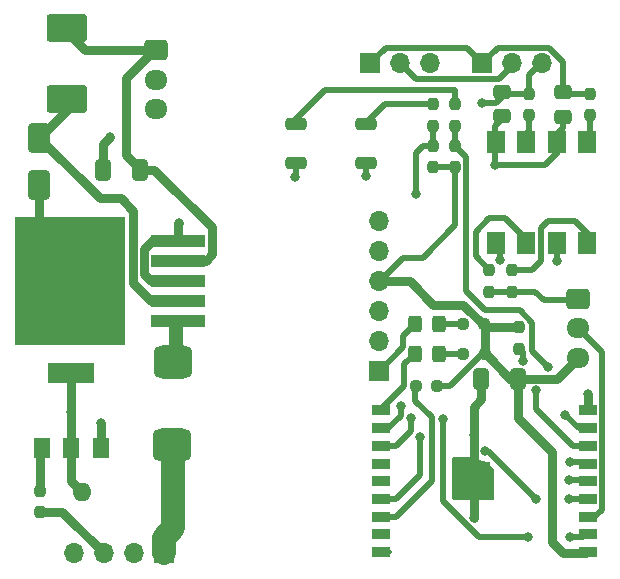
<source format=gbr>
%TF.GenerationSoftware,KiCad,Pcbnew,8.0.1*%
%TF.CreationDate,2024-05-08T12:06:43+02:00*%
%TF.ProjectId,SommerESP,536f6d6d-6572-4455-9350-2e6b69636164,rev?*%
%TF.SameCoordinates,Original*%
%TF.FileFunction,Copper,L1,Top*%
%TF.FilePolarity,Positive*%
%FSLAX46Y46*%
G04 Gerber Fmt 4.6, Leading zero omitted, Abs format (unit mm)*
G04 Created by KiCad (PCBNEW 8.0.1) date 2024-05-08 12:06:43*
%MOMM*%
%LPD*%
G01*
G04 APERTURE LIST*
G04 Aperture macros list*
%AMRoundRect*
0 Rectangle with rounded corners*
0 $1 Rounding radius*
0 $2 $3 $4 $5 $6 $7 $8 $9 X,Y pos of 4 corners*
0 Add a 4 corners polygon primitive as box body*
4,1,4,$2,$3,$4,$5,$6,$7,$8,$9,$2,$3,0*
0 Add four circle primitives for the rounded corners*
1,1,$1+$1,$2,$3*
1,1,$1+$1,$4,$5*
1,1,$1+$1,$6,$7*
1,1,$1+$1,$8,$9*
0 Add four rect primitives between the rounded corners*
20,1,$1+$1,$2,$3,$4,$5,0*
20,1,$1+$1,$4,$5,$6,$7,0*
20,1,$1+$1,$6,$7,$8,$9,0*
20,1,$1+$1,$8,$9,$2,$3,0*%
G04 Aperture macros list end*
%TA.AperFunction,SMDPad,CuDef*%
%ADD10RoundRect,0.237500X0.250000X0.237500X-0.250000X0.237500X-0.250000X-0.237500X0.250000X-0.237500X0*%
%TD*%
%TA.AperFunction,SMDPad,CuDef*%
%ADD11RoundRect,0.237500X-0.237500X0.250000X-0.237500X-0.250000X0.237500X-0.250000X0.237500X0.250000X0*%
%TD*%
%TA.AperFunction,SMDPad,CuDef*%
%ADD12RoundRect,0.250000X0.412500X0.650000X-0.412500X0.650000X-0.412500X-0.650000X0.412500X-0.650000X0*%
%TD*%
%TA.AperFunction,SMDPad,CuDef*%
%ADD13R,1.500000X1.900000*%
%TD*%
%TA.AperFunction,ComponentPad*%
%ADD14R,1.700000X1.700000*%
%TD*%
%TA.AperFunction,ComponentPad*%
%ADD15O,1.700000X1.700000*%
%TD*%
%TA.AperFunction,SMDPad,CuDef*%
%ADD16RoundRect,0.250000X-0.650000X1.000000X-0.650000X-1.000000X0.650000X-1.000000X0.650000X1.000000X0*%
%TD*%
%TA.AperFunction,SMDPad,CuDef*%
%ADD17RoundRect,0.237500X0.237500X-0.250000X0.237500X0.250000X-0.237500X0.250000X-0.237500X-0.250000X0*%
%TD*%
%TA.AperFunction,SMDPad,CuDef*%
%ADD18RoundRect,0.250000X0.650000X0.250000X-0.650000X0.250000X-0.650000X-0.250000X0.650000X-0.250000X0*%
%TD*%
%TA.AperFunction,SMDPad,CuDef*%
%ADD19RoundRect,0.250000X-0.325000X-0.450000X0.325000X-0.450000X0.325000X0.450000X-0.325000X0.450000X0*%
%TD*%
%TA.AperFunction,ComponentPad*%
%ADD20RoundRect,0.250000X-0.725000X0.600000X-0.725000X-0.600000X0.725000X-0.600000X0.725000X0.600000X0*%
%TD*%
%TA.AperFunction,ComponentPad*%
%ADD21O,1.950000X1.700000*%
%TD*%
%TA.AperFunction,SMDPad,CuDef*%
%ADD22R,1.500000X0.900000*%
%TD*%
%TA.AperFunction,SMDPad,CuDef*%
%ADD23R,0.700000X0.700000*%
%TD*%
%TA.AperFunction,SMDPad,CuDef*%
%ADD24RoundRect,0.235000X1.465000X-0.940000X1.465000X0.940000X-1.465000X0.940000X-1.465000X-0.940000X0*%
%TD*%
%TA.AperFunction,SMDPad,CuDef*%
%ADD25R,4.600000X1.100000*%
%TD*%
%TA.AperFunction,SMDPad,CuDef*%
%ADD26R,9.400000X10.800000*%
%TD*%
%TA.AperFunction,SMDPad,CuDef*%
%ADD27R,1.400000X1.700000*%
%TD*%
%TA.AperFunction,SMDPad,CuDef*%
%ADD28R,4.000000X1.800000*%
%TD*%
%TA.AperFunction,SMDPad,CuDef*%
%ADD29RoundRect,0.250000X-0.475000X0.337500X-0.475000X-0.337500X0.475000X-0.337500X0.475000X0.337500X0*%
%TD*%
%TA.AperFunction,ComponentPad*%
%ADD30R,1.600000X1.600000*%
%TD*%
%TA.AperFunction,ComponentPad*%
%ADD31O,1.600000X1.600000*%
%TD*%
%TA.AperFunction,SMDPad,CuDef*%
%ADD32RoundRect,0.700000X0.950000X-0.700000X0.950000X0.700000X-0.950000X0.700000X-0.950000X-0.700000X0*%
%TD*%
%TA.AperFunction,SMDPad,CuDef*%
%ADD33RoundRect,0.237500X-0.250000X-0.237500X0.250000X-0.237500X0.250000X0.237500X-0.250000X0.237500X0*%
%TD*%
%TA.AperFunction,ViaPad*%
%ADD34C,0.800000*%
%TD*%
%TA.AperFunction,Conductor*%
%ADD35C,0.500000*%
%TD*%
%TA.AperFunction,Conductor*%
%ADD36C,0.750000*%
%TD*%
%TA.AperFunction,Conductor*%
%ADD37C,2.000000*%
%TD*%
G04 APERTURE END LIST*
D10*
%TO.P,R8,1*%
%TO.N,+3.3VA*%
X129505000Y-80590000D03*
%TO.P,R8,2*%
%TO.N,Net-(D2-A)*%
X127680000Y-80590000D03*
%TD*%
D11*
%TO.P,R2,1*%
%TO.N,Net-(R2-Pad1)*%
X125100000Y-59487500D03*
%TO.P,R2,2*%
%TO.N,EN*%
X125100000Y-61312500D03*
%TD*%
%TO.P,R3,1*%
%TO.N,IO9*%
X127000000Y-62987500D03*
%TO.P,R3,2*%
%TO.N,+3.3VA*%
X127000000Y-64812500D03*
%TD*%
D12*
%TO.P,C3,1*%
%TO.N,+3.3V*%
X100287500Y-65000000D03*
%TO.P,C3,2*%
%TO.N,GND*%
X97162500Y-65000000D03*
%TD*%
D13*
%TO.P,U2,1,A*%
%TO.N,IO7*%
X135630000Y-71200000D03*
%TO.P,U2,2,K*%
%TO.N,Net-(U2-K)*%
X138170000Y-71200000D03*
%TO.P,U2,3,R*%
%TO.N,Net-(R9-Pad1)*%
X138170000Y-62700000D03*
%TO.P,U2,4,R*%
%TO.N,Keypad2*%
X135630000Y-62700000D03*
%TD*%
D10*
%TO.P,R7,1*%
%TO.N,+3.3VA*%
X129495000Y-78070000D03*
%TO.P,R7,2*%
%TO.N,Net-(D1-A)*%
X127670000Y-78070000D03*
%TD*%
D14*
%TO.P,J1,1,Pin_1*%
%TO.N,GND2*%
X120575000Y-82075000D03*
D15*
%TO.P,J1,2,Pin_2*%
%TO.N,RX*%
X120575000Y-79535000D03*
%TO.P,J1,3,Pin_3*%
%TO.N,TX*%
X120575000Y-76995000D03*
%TO.P,J1,4,Pin_4*%
%TO.N,+3.3VA*%
X120575000Y-74455000D03*
%TO.P,J1,5,Pin_5*%
%TO.N,IO3*%
X120575000Y-71915000D03*
%TO.P,J1,6,Pin_6*%
%TO.N,IO5*%
X120575000Y-69375000D03*
%TD*%
D16*
%TO.P,D5,1,K*%
%TO.N,Net-(D5-K)*%
X91775000Y-62300000D03*
%TO.P,D5,2,A*%
%TO.N,GND*%
X91775000Y-66300000D03*
%TD*%
D17*
%TO.P,R6,1*%
%TO.N,GND2*%
X129900000Y-75362500D03*
%TO.P,R6,2*%
%TO.N,Net-(U3-K)*%
X129900000Y-73537500D03*
%TD*%
%TO.P,R5,1*%
%TO.N,GND2*%
X131850000Y-75337500D03*
%TO.P,R5,2*%
%TO.N,Net-(U2-K)*%
X131850000Y-73512500D03*
%TD*%
%TO.P,R10,1*%
%TO.N,Net-(R10-Pad1)*%
X133300000Y-60412500D03*
%TO.P,R10,2*%
%TO.N,Keypad3*%
X133300000Y-58587500D03*
%TD*%
D18*
%TO.P,S2,1,1*%
%TO.N,Net-(R2-Pad1)*%
X119500000Y-61150000D03*
%TO.P,S2,2,2*%
%TO.N,GND2*%
X119500000Y-64450000D03*
%TD*%
D17*
%TO.P,R9,1*%
%TO.N,Net-(R9-Pad1)*%
X138400000Y-60412500D03*
%TO.P,R9,2*%
%TO.N,Keypad1*%
X138400000Y-58587500D03*
%TD*%
D19*
%TO.P,D2,1,K*%
%TO.N,IO10*%
X123615000Y-80590000D03*
%TO.P,D2,2,A*%
%TO.N,Net-(D2-A)*%
X125665000Y-80590000D03*
%TD*%
D18*
%TO.P,S1,1,1*%
%TO.N,Net-(R1-Pad1)*%
X113500000Y-61150000D03*
%TO.P,S1,2,2*%
%TO.N,GND2*%
X113500000Y-64450000D03*
%TD*%
D17*
%TO.P,R11,1*%
%TO.N,SommerSIG*%
X91900000Y-94012500D03*
%TO.P,R11,2*%
%TO.N,Net-(Q1-G)*%
X91900000Y-92187500D03*
%TD*%
D20*
%TO.P,J2,1,Pin_1*%
%TO.N,GND2*%
X137425000Y-75925000D03*
D21*
%TO.P,J2,2,Pin_2*%
%TO.N,ANALOGSIG2*%
X137425000Y-78425000D03*
%TO.P,J2,3,Pin_3*%
%TO.N,+3.3VA*%
X137425000Y-80925000D03*
%TD*%
D22*
%TO.P,U5,1,3V3*%
%TO.N,+3.3VA*%
X138250000Y-97400000D03*
%TO.P,U5,2,EN/CHIP_PU*%
%TO.N,EN*%
X138250000Y-95900000D03*
%TO.P,U5,3,GPIO4/ADC1_CH4*%
%TO.N,ANALOGSIG2*%
X138250000Y-94400000D03*
%TO.P,U5,4,GPIO5/ADC2_CH0*%
%TO.N,IO5*%
X138250000Y-92900000D03*
%TO.P,U5,5,GPIO6*%
%TO.N,IO6*%
X138250000Y-91400000D03*
%TO.P,U5,6,GPIO7*%
%TO.N,IO7*%
X138250000Y-89900000D03*
%TO.P,U5,7,GPIO8*%
%TO.N,IO8*%
X138250000Y-88400000D03*
%TO.P,U5,8,GPIO9*%
%TO.N,IO9*%
X138250000Y-86900000D03*
%TO.P,U5,9,GND*%
%TO.N,GND2*%
X138250000Y-85400000D03*
%TO.P,U5,10,GPIO10*%
%TO.N,IO10*%
X120750000Y-85400000D03*
%TO.P,U5,11,GPIO20/U0RXD*%
%TO.N,RX*%
X120750000Y-86900000D03*
%TO.P,U5,12,GPIO21/U0TXD*%
%TO.N,TX*%
X120750000Y-88400000D03*
%TO.P,U5,13,GPIO18/USB_D-*%
%TO.N,unconnected-(U5-GPIO18{slash}USB_D--Pad13)*%
X120750000Y-89900000D03*
%TO.P,U5,14,GPIO19/USB_D+*%
%TO.N,unconnected-(U5-GPIO19{slash}USB_D+-Pad14)*%
X120750000Y-91400000D03*
%TO.P,U5,15,GPIO3/ADC1_CH3*%
%TO.N,IO3*%
X120750000Y-92900000D03*
%TO.P,U5,16,GPIO2/ADC1_CH2*%
%TO.N,IO2*%
X120750000Y-94400000D03*
%TO.P,U5,17,GPIO1/ADC1_CH1/XTAL_32K_N*%
%TO.N,unconnected-(U5-GPIO1{slash}ADC1_CH1{slash}XTAL_32K_N-Pad17)*%
X120750000Y-95900000D03*
%TO.P,U5,18,GPIO0/ADC1_CH0/XTAL_32K_P*%
%TO.N,IO0*%
X120750000Y-97400000D03*
D23*
%TO.P,U5,19,GND*%
%TO.N,GND2*%
X129640000Y-92300000D03*
X129640000Y-91200000D03*
X129640000Y-90100000D03*
X128590000Y-92300000D03*
X128590000Y-91200000D03*
X128590000Y-90100000D03*
X127440000Y-92300000D03*
X127440000Y-91200000D03*
X127440000Y-90100000D03*
%TD*%
D24*
%TO.P,L1,1,1*%
%TO.N,Net-(D5-K)*%
X94125000Y-59025000D03*
%TO.P,L1,2,2*%
%TO.N,+3.3V*%
X94125000Y-52975000D03*
%TD*%
D11*
%TO.P,R4,1*%
%TO.N,EN*%
X125100000Y-62987500D03*
%TO.P,R4,2*%
%TO.N,+3.3VA*%
X125100000Y-64812500D03*
%TD*%
D25*
%TO.P,U4,1,VIN*%
%TO.N,Net-(D3-A)*%
X103575000Y-77825000D03*
%TO.P,U4,2,OUTPUT*%
%TO.N,Net-(D5-K)*%
X103575000Y-76125000D03*
%TO.P,U4,3,GND*%
%TO.N,GND*%
X103575000Y-74425000D03*
D26*
X94425000Y-74425000D03*
D25*
%TO.P,U4,4,Feedback*%
%TO.N,+3.3V*%
X103575000Y-72725000D03*
%TO.P,U4,5,ON/OFF*%
%TO.N,GND*%
X103575000Y-71025000D03*
%TD*%
D11*
%TO.P,R1,1*%
%TO.N,Net-(R1-Pad1)*%
X127000000Y-59487500D03*
%TO.P,R1,2*%
%TO.N,IO9*%
X127000000Y-61312500D03*
%TD*%
D27*
%TO.P,Q1,1,G*%
%TO.N,Net-(Q1-G)*%
X92000000Y-88600000D03*
%TO.P,Q1,2,D*%
%TO.N,AnalogSIG*%
X94500000Y-88600000D03*
%TO.P,Q1,3,S*%
%TO.N,GND*%
X97000000Y-88600000D03*
D28*
%TO.P,Q1,4,D_TAB*%
%TO.N,AnalogSIG*%
X94500000Y-82200000D03*
%TD*%
D14*
%TO.P,J4,1,Pin_1*%
%TO.N,Keypad1*%
X119820000Y-56000000D03*
D15*
%TO.P,J4,2,Pin_2*%
%TO.N,Keypad2*%
X122360000Y-56000000D03*
%TO.P,J4,3,Pin_3*%
%TO.N,Keypad3*%
X124900000Y-56000000D03*
%TD*%
D29*
%TO.P,C2,1*%
%TO.N,Keypad3*%
X131000000Y-58425000D03*
%TO.P,C2,2*%
%TO.N,Keypad2*%
X131000000Y-60500000D03*
%TD*%
D30*
%TO.P,D4,1,K*%
%TO.N,+24V*%
X103070000Y-92260000D03*
D31*
%TO.P,D4,2,A*%
%TO.N,AnalogSIG*%
X95450000Y-92260000D03*
%TD*%
D29*
%TO.P,C1,1*%
%TO.N,Keypad1*%
X136100000Y-58462500D03*
%TO.P,C1,2*%
%TO.N,Keypad2*%
X136100000Y-60537500D03*
%TD*%
D32*
%TO.P,D3,1,K*%
%TO.N,+24V*%
X103075000Y-88325000D03*
%TO.P,D3,2,A*%
%TO.N,Net-(D3-A)*%
X103125000Y-81325000D03*
%TD*%
D17*
%TO.P,R13,1*%
%TO.N,IO8*%
X132420000Y-80162500D03*
%TO.P,R13,2*%
%TO.N,+3.3VA*%
X132420000Y-78337500D03*
%TD*%
D33*
%TO.P,R12,1*%
%TO.N,IO2*%
X123677500Y-83340000D03*
%TO.P,R12,2*%
%TO.N,+3.3VA*%
X125502500Y-83340000D03*
%TD*%
D12*
%TO.P,C4,1*%
%TO.N,+3.3VA*%
X132362500Y-82710000D03*
%TO.P,C4,2*%
%TO.N,GND2*%
X129237500Y-82710000D03*
%TD*%
D13*
%TO.P,U3,1,A*%
%TO.N,IO6*%
X130430000Y-71200000D03*
%TO.P,U3,2,K*%
%TO.N,Net-(U3-K)*%
X132970000Y-71200000D03*
%TO.P,U3,3,R*%
%TO.N,Net-(R10-Pad1)*%
X132970000Y-62700000D03*
%TO.P,U3,4,R*%
%TO.N,Keypad2*%
X130430000Y-62700000D03*
%TD*%
D19*
%TO.P,D1,1,K*%
%TO.N,GND2*%
X123597500Y-78080000D03*
%TO.P,D1,2,A*%
%TO.N,Net-(D1-A)*%
X125647500Y-78080000D03*
%TD*%
D20*
%TO.P,J5,1,Pin_1*%
%TO.N,+3.3V*%
X101650000Y-54900000D03*
D21*
%TO.P,J5,2,Pin_2*%
%TO.N,AnalogSIG*%
X101650000Y-57400000D03*
%TO.P,J5,3,Pin_3*%
%TO.N,GND*%
X101650000Y-59900000D03*
%TD*%
D14*
%TO.P,J6,1,Pin_1*%
%TO.N,+24V*%
X102320000Y-97500000D03*
D15*
%TO.P,J6,2,Pin_2*%
%TO.N,unconnected-(J6-Pin_2-Pad2)*%
X99780000Y-97500000D03*
%TO.P,J6,3,Pin_3*%
%TO.N,SommerSIG*%
X97240000Y-97500000D03*
%TO.P,J6,4,Pin_4*%
%TO.N,GND*%
X94700000Y-97500000D03*
%TD*%
D14*
%TO.P,J3,1,Pin_1*%
%TO.N,Keypad1*%
X129320000Y-56000000D03*
D15*
%TO.P,J3,2,Pin_2*%
%TO.N,Keypad2*%
X131860000Y-56000000D03*
%TO.P,J3,3,Pin_3*%
%TO.N,Keypad3*%
X134400000Y-56000000D03*
%TD*%
D34*
%TO.N,Keypad3*%
X129300000Y-59400000D03*
%TO.N,GND*%
X103600000Y-69500000D03*
X97750000Y-62275000D03*
X92100000Y-72700000D03*
X92100000Y-70500000D03*
X92100000Y-78100000D03*
X92100000Y-76000000D03*
X97000000Y-86500000D03*
%TO.N,GND2*%
X119500000Y-65575000D03*
X128575000Y-87450000D03*
X128600000Y-94500000D03*
X113475000Y-65600000D03*
X138225000Y-84000000D03*
%TO.N,IO9*%
X134850000Y-81735500D03*
X136350000Y-85775000D03*
%TO.N,IO7*%
X135625000Y-72750000D03*
X136720000Y-89760000D03*
%TO.N,AnalogSIG*%
X94500000Y-85500000D03*
%TO.N,RX*%
X122400000Y-84990000D03*
%TO.N,TX*%
X123275000Y-86050000D03*
%TO.N,Keypad2*%
X130400000Y-64600000D03*
%TO.N,EN*%
X133175000Y-96100000D03*
X125980000Y-86160000D03*
X136775000Y-96100000D03*
X123700000Y-67100000D03*
%TO.N,IO6*%
X130825000Y-72650000D03*
X136690000Y-91310000D03*
%TO.N,IO5*%
X136680000Y-92890000D03*
X129574500Y-88800000D03*
X133860000Y-92880000D03*
%TO.N,IO8*%
X132770000Y-81210000D03*
X133860000Y-83684500D03*
%TO.N,IO3*%
X124075000Y-87625000D03*
%TD*%
D35*
%TO.N,Net-(D1-A)*%
X125790000Y-78070000D02*
X125740000Y-78020000D01*
X127670000Y-78070000D02*
X125790000Y-78070000D01*
%TO.N,Keypad1*%
X129200000Y-55900000D02*
X129200000Y-56000000D01*
X119820000Y-56000000D02*
X121120000Y-54700000D01*
X136100000Y-55861522D02*
X136100000Y-58400000D01*
X129320000Y-56000000D02*
X130620000Y-54700000D01*
X138400000Y-58587500D02*
X136387500Y-58587500D01*
X136387500Y-58587500D02*
X136300000Y-58500000D01*
X134938478Y-54700000D02*
X136100000Y-55861522D01*
X130620000Y-54700000D02*
X134938478Y-54700000D01*
X121120000Y-54700000D02*
X128000000Y-54700000D01*
X128000000Y-54700000D02*
X129200000Y-55900000D01*
%TO.N,Keypad3*%
X131187500Y-58587500D02*
X131100000Y-58500000D01*
X130500000Y-59400000D02*
X131200000Y-58700000D01*
X133300000Y-57000000D02*
X134400000Y-55900000D01*
X129300000Y-59400000D02*
X130500000Y-59400000D01*
X133300000Y-58587500D02*
X131187500Y-58587500D01*
X133300000Y-58587500D02*
X133300000Y-57000000D01*
D36*
%TO.N,+3.3V*%
X99175000Y-63775000D02*
X100200000Y-64800000D01*
X101550000Y-65000000D02*
X100325000Y-65000000D01*
X103575000Y-72725000D02*
X105875000Y-72725000D01*
X106450000Y-72150000D02*
X106450000Y-69900000D01*
X101500000Y-54900000D02*
X95675000Y-54900000D01*
X95675000Y-54900000D02*
X94075000Y-53300000D01*
X105875000Y-72725000D02*
X106450000Y-72150000D01*
X103575000Y-72725000D02*
X103550000Y-72700000D01*
X106450000Y-69900000D02*
X101550000Y-65000000D01*
X99175000Y-57225000D02*
X99175000Y-63775000D01*
X101500000Y-54900000D02*
X99175000Y-57225000D01*
%TO.N,GND*%
X101400000Y-71000000D02*
X103600000Y-71000000D01*
X98000000Y-71000000D02*
X97700000Y-71300000D01*
X103575000Y-74425000D02*
X101275000Y-74425000D01*
X97162500Y-62862500D02*
X97750000Y-62275000D01*
X91800000Y-66425000D02*
X91800000Y-70000000D01*
X98600000Y-74400000D02*
X98500000Y-74500000D01*
X100700000Y-71700000D02*
X101400000Y-71000000D01*
X101275000Y-74425000D02*
X100700000Y-73850000D01*
X100700000Y-73850000D02*
X100700000Y-71700000D01*
X103575000Y-71025000D02*
X103575000Y-69525000D01*
X103575000Y-69525000D02*
X103600000Y-69500000D01*
X97162500Y-65000000D02*
X97162500Y-62862500D01*
X97000000Y-88800000D02*
X97000000Y-86500000D01*
%TO.N,GND2*%
X128575000Y-87450000D02*
X128575000Y-85125000D01*
D35*
X122590000Y-80060000D02*
X120620000Y-82030000D01*
D36*
X138250000Y-84025000D02*
X138225000Y-84000000D01*
X128600000Y-94500000D02*
X128600000Y-87425000D01*
X138250000Y-85400000D02*
X138250000Y-84025000D01*
D35*
X123597500Y-78080000D02*
X122590000Y-79087500D01*
X120620000Y-82030000D02*
X120610000Y-82030000D01*
X113500000Y-64450000D02*
X113500000Y-65575000D01*
D36*
X129237500Y-82710000D02*
X129237500Y-84462500D01*
D35*
X133787500Y-75337500D02*
X134510000Y-76060000D01*
X137012500Y-75412500D02*
X137400000Y-75800000D01*
X134510000Y-76060000D02*
X137410000Y-76060000D01*
D36*
X129237500Y-84462500D02*
X128570000Y-85130000D01*
D35*
X131850000Y-75337500D02*
X133787500Y-75337500D01*
X131847500Y-75362500D02*
X131860000Y-75350000D01*
X137410000Y-76060000D02*
X137420000Y-76070000D01*
X113500000Y-65575000D02*
X113475000Y-65600000D01*
X129900000Y-75362500D02*
X131847500Y-75362500D01*
X122590000Y-79087500D02*
X122590000Y-80060000D01*
X119500000Y-64450000D02*
X119500000Y-65575000D01*
%TO.N,IO9*%
X133520000Y-80405500D02*
X134850000Y-81735500D01*
X136350000Y-85775000D02*
X137475000Y-86900000D01*
X127925000Y-63925000D02*
X127025000Y-63025000D01*
X127000000Y-61312500D02*
X127000000Y-62900000D01*
X127925000Y-72850000D02*
X127925000Y-75325000D01*
X127925000Y-72850000D02*
X127925000Y-63925000D01*
X133520000Y-77977728D02*
X133520000Y-80405500D01*
X137475000Y-86900000D02*
X138150000Y-86900000D01*
X129520000Y-76920000D02*
X132462272Y-76920000D01*
X132462272Y-76920000D02*
X133520000Y-77977728D01*
X127925000Y-75325000D02*
X129520000Y-76920000D01*
%TO.N,IO7*%
X135630000Y-71200000D02*
X135630000Y-72745000D01*
X136720000Y-89760000D02*
X137800000Y-89760000D01*
X135630000Y-72745000D02*
X135625000Y-72750000D01*
%TO.N,Net-(D2-A)*%
X125700000Y-80590000D02*
X125690000Y-80580000D01*
X127680000Y-80590000D02*
X125700000Y-80590000D01*
D37*
%TO.N,+24V*%
X103125000Y-95375000D02*
X103125000Y-92300000D01*
X103100000Y-92162500D02*
X103100000Y-88437500D01*
X102320000Y-96180000D02*
X103125000Y-95375000D01*
X102320000Y-97500000D02*
X102320000Y-96180000D01*
D36*
%TO.N,AnalogSIG*%
X94500000Y-91350000D02*
X95525000Y-92375000D01*
X94500000Y-88600000D02*
X94500000Y-91350000D01*
X94500000Y-88600000D02*
X94500000Y-82200000D01*
%TO.N,Net-(D5-K)*%
X96925000Y-67450000D02*
X98700000Y-67450000D01*
X99725000Y-68475000D02*
X99725000Y-74575000D01*
X94225000Y-59850000D02*
X94225000Y-59825000D01*
X101300000Y-76150000D02*
X102250000Y-76150000D01*
X91775000Y-62300000D02*
X94225000Y-59850000D01*
X98700000Y-67450000D02*
X99725000Y-68475000D01*
X99725000Y-74575000D02*
X101300000Y-76150000D01*
X91775000Y-62300000D02*
X96925000Y-67450000D01*
D35*
%TO.N,RX*%
X121350000Y-86900000D02*
X122400000Y-85850000D01*
X122400000Y-85850000D02*
X122400000Y-84990000D01*
X120750000Y-86900000D02*
X121350000Y-86900000D01*
%TO.N,TX*%
X120750000Y-88400000D02*
X122000000Y-88400000D01*
X122000000Y-88400000D02*
X123275000Y-87125000D01*
X123275000Y-87125000D02*
X123275000Y-86050000D01*
D36*
%TO.N,+3.3VA*%
X135220000Y-96520000D02*
X135220000Y-88930000D01*
D35*
X125212500Y-64812500D02*
X125200000Y-64800000D01*
X129305051Y-80590000D02*
X126575051Y-83320000D01*
D36*
X132350000Y-86060000D02*
X132350000Y-82940000D01*
D35*
X124250000Y-72450000D02*
X122625000Y-72450000D01*
D36*
X127686549Y-76450000D02*
X129510000Y-78273451D01*
D35*
X137425000Y-80925000D02*
X137450000Y-80900000D01*
D36*
X129510000Y-78273451D02*
X129510000Y-80570000D01*
X138125000Y-97475000D02*
X136175000Y-97475000D01*
X120575000Y-74455000D02*
X123180000Y-74455000D01*
X132420000Y-78337500D02*
X129667500Y-78337500D01*
X125150000Y-76450000D02*
X127686549Y-76450000D01*
D35*
X126575051Y-83320000D02*
X125480000Y-83320000D01*
D36*
X132362500Y-82710000D02*
X135600000Y-82710000D01*
X131780000Y-82840000D02*
X132250000Y-82840000D01*
X135600000Y-82710000D02*
X137390000Y-80920000D01*
D35*
X122625000Y-72450000D02*
X120750000Y-74325000D01*
X129505000Y-80590000D02*
X129305051Y-80590000D01*
X127000000Y-69700000D02*
X124250000Y-72450000D01*
D36*
X129667500Y-78337500D02*
X129550000Y-78220000D01*
X136175000Y-97475000D02*
X135220000Y-96520000D01*
X135220000Y-88930000D02*
X132350000Y-86060000D01*
D35*
X127000000Y-64812500D02*
X125212500Y-64812500D01*
D36*
X129510000Y-80570000D02*
X131780000Y-82840000D01*
X125150000Y-76450000D02*
X123175000Y-74475000D01*
D35*
X127000000Y-64812500D02*
X127000000Y-69700000D01*
%TO.N,ANALOGSIG2*%
X139450000Y-93800000D02*
X138875000Y-94375000D01*
X137600000Y-78400000D02*
X137600000Y-78550000D01*
X138875000Y-94375000D02*
X138200000Y-94375000D01*
X137425000Y-78425000D02*
X139450000Y-80450000D01*
X139450000Y-80450000D02*
X139450000Y-93800000D01*
%TO.N,Keypad2*%
X130400000Y-61300000D02*
X131100000Y-60600000D01*
X122360000Y-56000000D02*
X123660000Y-57300000D01*
X130700000Y-57300000D02*
X131800000Y-56200000D01*
X123660000Y-57300000D02*
X130700000Y-57300000D01*
X134600000Y-64600000D02*
X135700000Y-63500000D01*
X136100000Y-60537500D02*
X136100000Y-61500000D01*
X130400000Y-64600000D02*
X130400000Y-61300000D01*
X136100000Y-61500000D02*
X135700000Y-61900000D01*
X130400000Y-64600000D02*
X134600000Y-64600000D01*
D36*
%TO.N,SommerSIG*%
X93740000Y-94000000D02*
X91900000Y-94000000D01*
X97240000Y-97500000D02*
X93740000Y-94000000D01*
D35*
%TO.N,IO0*%
X121375000Y-97375000D02*
X120950000Y-97375000D01*
%TO.N,EN*%
X128997918Y-96100000D02*
X133175000Y-96100000D01*
X125975000Y-86165000D02*
X125980000Y-86160000D01*
X125975000Y-88550000D02*
X125975000Y-93077082D01*
X137825000Y-96100000D02*
X137950000Y-95975000D01*
X124300000Y-63000000D02*
X125000000Y-63000000D01*
X125975000Y-88550000D02*
X125975000Y-86165000D01*
X123700000Y-63600000D02*
X124300000Y-63000000D01*
X136775000Y-96100000D02*
X137825000Y-96100000D01*
X123700000Y-67100000D02*
X123700000Y-63600000D01*
X125975000Y-93077082D02*
X128997918Y-96100000D01*
X125100000Y-61312500D02*
X125100000Y-62900000D01*
%TO.N,Net-(U2-K)*%
X133487500Y-73512500D02*
X134275000Y-72725000D01*
X134275000Y-72725000D02*
X134275000Y-69955000D01*
X131850000Y-73512500D02*
X133487500Y-73512500D01*
X134275000Y-69955000D02*
X134905000Y-69325000D01*
X137150000Y-69325000D02*
X138300000Y-70475000D01*
X134905000Y-69325000D02*
X137150000Y-69325000D01*
%TO.N,Net-(U3-K)*%
X129905000Y-69125000D02*
X131250000Y-69125000D01*
X129900000Y-73475000D02*
X128775000Y-72350000D01*
X128775000Y-72350000D02*
X128775000Y-70255000D01*
X128775000Y-70255000D02*
X129905000Y-69125000D01*
X129900000Y-73537500D02*
X129900000Y-73475000D01*
X131250000Y-69125000D02*
X132800000Y-70675000D01*
%TO.N,Net-(R9-Pad1)*%
X138400000Y-60412500D02*
X138400000Y-62800000D01*
%TO.N,Net-(R10-Pad1)*%
X133300000Y-60412500D02*
X133300000Y-61700000D01*
X133300000Y-61700000D02*
X132800000Y-62200000D01*
%TO.N,IO6*%
X137870000Y-91310000D02*
X137930000Y-91370000D01*
X130825000Y-72650000D02*
X130825000Y-71825000D01*
X136690000Y-91310000D02*
X137870000Y-91310000D01*
X130825000Y-71825000D02*
X130725000Y-71725000D01*
%TO.N,IO10*%
X122720000Y-83300000D02*
X120740000Y-85280000D01*
X123615000Y-80590000D02*
X122720000Y-81485000D01*
X122720000Y-81485000D02*
X122720000Y-83300000D01*
%TO.N,IO5*%
X136690000Y-92900000D02*
X136680000Y-92890000D01*
X133860000Y-92880000D02*
X129780000Y-88800000D01*
X129780000Y-88800000D02*
X129574500Y-88800000D01*
X138250000Y-92900000D02*
X136690000Y-92900000D01*
%TO.N,IO8*%
X133860000Y-85260000D02*
X133860000Y-83684500D01*
X137000000Y-88400000D02*
X133860000Y-85260000D01*
X132770000Y-80490000D02*
X132540000Y-80260000D01*
X132540000Y-80260000D02*
X132530000Y-80260000D01*
X138250000Y-88400000D02*
X137000000Y-88400000D01*
X132530000Y-80260000D02*
X132500000Y-80230000D01*
X132770000Y-81210000D02*
X132770000Y-80490000D01*
%TO.N,IO3*%
X124075000Y-90825000D02*
X124075000Y-87625000D01*
X120750000Y-92900000D02*
X122000000Y-92900000D01*
X122000000Y-92900000D02*
X124075000Y-90825000D01*
D36*
%TO.N,Net-(Q1-G)*%
X91900000Y-92187500D02*
X91900000Y-88600000D01*
D35*
%TO.N,IO2*%
X125020000Y-85940000D02*
X123650000Y-84570000D01*
X120750000Y-94400000D02*
X122000000Y-94400000D01*
X125020000Y-91380000D02*
X125020000Y-85940000D01*
X123650000Y-83360000D02*
X123630000Y-83340000D01*
X123650000Y-84570000D02*
X123650000Y-83360000D01*
X122000000Y-94400000D02*
X125020000Y-91380000D01*
%TO.N,Net-(R1-Pad1)*%
X127000000Y-58300000D02*
X127000000Y-59300000D01*
X127000000Y-58300000D02*
X116000000Y-58300000D01*
X116000000Y-58300000D02*
X113475000Y-60825000D01*
%TO.N,Net-(R2-Pad1)*%
X121037500Y-59487500D02*
X119650000Y-60875000D01*
X125100000Y-59487500D02*
X121037500Y-59487500D01*
D36*
%TO.N,Net-(D3-A)*%
X104850000Y-77850000D02*
X104800000Y-77800000D01*
X103575000Y-77825000D02*
X103575000Y-81050000D01*
X103125000Y-77975000D02*
X103075000Y-77925000D01*
X103125000Y-81325000D02*
X103125000Y-77975000D01*
X103575000Y-81050000D02*
X103525000Y-81100000D01*
X104450000Y-77950000D02*
X104400000Y-77900000D01*
X103125000Y-77925000D02*
X103075000Y-77875000D01*
%TD*%
%TA.AperFunction,Conductor*%
%TO.N,GND2*%
G36*
X128881557Y-89394685D02*
G01*
X128906665Y-89416026D01*
X128963247Y-89478866D01*
X129117748Y-89591118D01*
X129292212Y-89668794D01*
X129479013Y-89708500D01*
X129564457Y-89708500D01*
X129631496Y-89728185D01*
X129652138Y-89744819D01*
X130288681Y-90381362D01*
X130322166Y-90442685D01*
X130325000Y-90469043D01*
X130325000Y-92851000D01*
X130305315Y-92918039D01*
X130252511Y-92963794D01*
X130201000Y-92975000D01*
X126996961Y-92975000D01*
X126929922Y-92955315D01*
X126909280Y-92938681D01*
X126769819Y-92799220D01*
X126736334Y-92737897D01*
X126733500Y-92711539D01*
X126733500Y-89499000D01*
X126753185Y-89431961D01*
X126805989Y-89386206D01*
X126857500Y-89375000D01*
X128814518Y-89375000D01*
X128881557Y-89394685D01*
G37*
%TD.AperFunction*%
%TD*%
M02*

</source>
